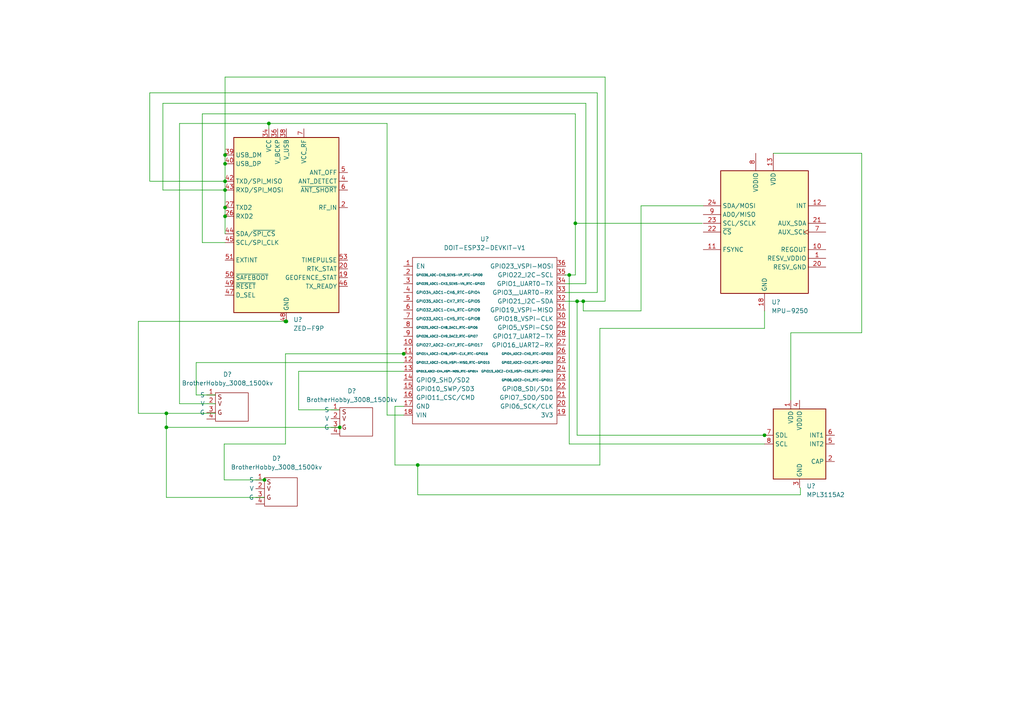
<source format=kicad_sch>
(kicad_sch (version 20211123) (generator eeschema)

  (uuid e63e39d7-6ac0-4ffd-8aa3-1841a4541b55)

  (paper "A4")

  (lib_symbols
    (symbol "New_Library:BrotherHobby_3008_1500kv" (in_bom yes) (on_board yes)
      (property "Reference" "D" (id 0) (at 0 0 0)
        (effects (font (size 1.27 1.27)))
      )
      (property "Value" "BrotherHobby_3008_1500kv" (id 1) (at 0 0 0)
        (effects (font (size 1.27 1.27)))
      )
      (property "Footprint" "" (id 2) (at 0 0 0)
        (effects (font (size 1.27 1.27)) hide)
      )
      (property "Datasheet" "" (id 3) (at 0 0 0)
        (effects (font (size 1.27 1.27)) hide)
      )
      (symbol "BrotherHobby_3008_1500kv_0_0"
        (text "G" (at -3.175 -8.255 0)
          (effects (font (size 1.27 1.27)))
        )
        (text "S" (at -3.175 -3.81 0)
          (effects (font (size 1.27 1.27)))
        )
        (text "V" (at -3.175 -5.715 0)
          (effects (font (size 1.27 1.27)))
        )
      )
      (symbol "BrotherHobby_3008_1500kv_0_1"
        (rectangle (start -4.445 -2.54) (end 5.08 -10.795)
          (stroke (width 0) (type default) (color 0 0 0 0))
          (fill (type none))
        )
      )
      (symbol "BrotherHobby_3008_1500kv_1_1"
        (pin input line (at -4.445 -3.175 180) (length 2.54)
          (name "S" (effects (font (size 1.27 1.27))))
          (number "1" (effects (font (size 1.27 1.27))))
        )
        (pin input line (at -4.445 -5.715 180) (length 2.54)
          (name "V" (effects (font (size 1.27 1.27))))
          (number "2" (effects (font (size 1.27 1.27))))
        )
        (pin input line (at -4.445 -8.255 180) (length 2.54)
          (name "G" (effects (font (size 1.27 1.27))))
          (number "3" (effects (font (size 1.27 1.27))))
        )
        (pin input line (at -4.445 -10.16 180) (length 2.54)
          (name "" (effects (font (size 1.27 1.27))))
          (number "4" (effects (font (size 1.27 1.27))))
        )
      )
    )
    (symbol "New_Library:DOIT-ESP32-DEVKIT-V1" (pin_names (offset 1.016)) (in_bom yes) (on_board yes)
      (property "Reference" "U" (id 0) (at -1.27 11.43 0)
        (effects (font (size 1.27 1.27)))
      )
      (property "Value" "DOIT-ESP32-DEVKIT-V1" (id 1) (at 0 13.97 0)
        (effects (font (size 1.27 1.27)))
      )
      (property "Footprint" "" (id 2) (at -1.27 11.43 0)
        (effects (font (size 1.27 1.27)) hide)
      )
      (property "Datasheet" "" (id 3) (at -1.27 11.43 0)
        (effects (font (size 1.27 1.27)) hide)
      )
      (symbol "DOIT-ESP32-DEVKIT-V1_0_1"
        (rectangle (start 20.32 10.16) (end -21.59 -38.1)
          (stroke (width 0) (type default) (color 0 0 0 0))
          (fill (type none))
        )
      )
      (symbol "DOIT-ESP32-DEVKIT-V1_1_1"
        (pin output line (at -24.13 7.62 0) (length 2.54)
          (name "EN" (effects (font (size 1.27 1.27))))
          (number "1" (effects (font (size 1.27 1.27))))
        )
        (pin bidirectional line (at -24.13 -15.24 0) (length 2.54)
          (name "GPIO27_ADC2-CH7_RTC-GPIO17" (effects (font (size 0.7874 0.7874))))
          (number "10" (effects (font (size 1.27 1.27))))
        )
        (pin bidirectional line (at -24.13 -17.78 0) (length 2.54)
          (name "GPIO14_ADC2-CH6_HSPI-CLK_RTC-GPIO16" (effects (font (size 0.635 0.635))))
          (number "11" (effects (font (size 1.27 1.27))))
        )
        (pin bidirectional line (at -24.13 -20.32 0) (length 2.54)
          (name "GPIO12_ADC2-CH5_HSPI-MISO_RTC-GPIO15" (effects (font (size 0.635 0.635))))
          (number "12" (effects (font (size 1.27 1.27))))
        )
        (pin bidirectional line (at -24.13 -22.86 0) (length 2.54)
          (name "GPIO13_ADC2-CH4_HSPI-MOSI_RTC-GPIO14" (effects (font (size 0.5334 0.5334))))
          (number "13" (effects (font (size 1.27 1.27))))
        )
        (pin unspecified line (at -24.13 -25.4 0) (length 2.54)
          (name "GPIO9_SHD/SD2" (effects (font (size 1.27 1.27))))
          (number "14" (effects (font (size 1.27 1.27))))
        )
        (pin unspecified line (at -24.13 -27.94 0) (length 2.54)
          (name "GPIO10_SWP/SD3" (effects (font (size 1.27 1.27))))
          (number "15" (effects (font (size 1.27 1.27))))
        )
        (pin unspecified line (at -24.13 -30.48 0) (length 2.54)
          (name "GPIO11_CSC/CMD" (effects (font (size 1.27 1.27))))
          (number "16" (effects (font (size 1.27 1.27))))
        )
        (pin bidirectional line (at -24.13 -33.02 0) (length 2.54)
          (name "GND" (effects (font (size 1.27 1.27))))
          (number "17" (effects (font (size 1.27 1.27))))
        )
        (pin bidirectional line (at -24.13 -35.56 0) (length 2.54)
          (name "VIN" (effects (font (size 1.27 1.27))))
          (number "18" (effects (font (size 1.27 1.27))))
        )
        (pin output line (at 22.86 -35.56 180) (length 2.54)
          (name "3V3" (effects (font (size 1.27 1.27))))
          (number "19" (effects (font (size 1.27 1.27))))
        )
        (pin bidirectional line (at -24.13 5.08 0) (length 2.54)
          (name "GPIO36_ADC-CH0_SENS-VP_RTC-GPIO0" (effects (font (size 0.635 0.635))))
          (number "2" (effects (font (size 1.27 1.27))))
        )
        (pin unspecified line (at 22.86 -33.02 180) (length 2.54)
          (name "GPIO6_SCK/CLK" (effects (font (size 1.27 1.27))))
          (number "20" (effects (font (size 1.27 1.27))))
        )
        (pin unspecified line (at 22.86 -30.48 180) (length 2.54)
          (name "GPIO7_SDO/SD0" (effects (font (size 1.27 1.27))))
          (number "21" (effects (font (size 1.27 1.27))))
        )
        (pin unspecified line (at 22.86 -27.94 180) (length 2.54)
          (name "GPIO8_SDI/SD1" (effects (font (size 1.27 1.27))))
          (number "22" (effects (font (size 1.27 1.27))))
        )
        (pin bidirectional line (at 22.86 -25.4 180) (length 2.54)
          (name "GPIO0_ADC2-CH1_RTC-GPIO11" (effects (font (size 0.635 0.635))))
          (number "23" (effects (font (size 1.27 1.27))))
        )
        (pin bidirectional line (at 22.86 -22.86 180) (length 2.54)
          (name "GPIO15_ADC2-CH3_HSPI-CS0_RTC-GPIO13" (effects (font (size 0.635 0.635))))
          (number "24" (effects (font (size 1.27 1.27))))
        )
        (pin bidirectional line (at 22.86 -20.32 180) (length 2.54)
          (name "GPIO2_ADC2-CH2_RTC-GPIO12" (effects (font (size 0.635 0.635))))
          (number "25" (effects (font (size 1.27 1.27))))
        )
        (pin bidirectional line (at 22.86 -17.78 180) (length 2.54)
          (name "GPIO4_ADC2-CH0_RTC-GPIO10" (effects (font (size 0.635 0.635))))
          (number "26" (effects (font (size 1.27 1.27))))
        )
        (pin bidirectional line (at 22.86 -15.24 180) (length 2.54)
          (name "GPIO16_UART2-RX" (effects (font (size 1.27 1.27))))
          (number "27" (effects (font (size 1.27 1.27))))
        )
        (pin bidirectional line (at 22.86 -12.7 180) (length 2.54)
          (name "GPIO17_UART2-TX" (effects (font (size 1.27 1.27))))
          (number "28" (effects (font (size 1.27 1.27))))
        )
        (pin bidirectional line (at 22.86 -10.16 180) (length 2.54)
          (name "GPIO5_VSPI-CS0" (effects (font (size 1.27 1.27))))
          (number "29" (effects (font (size 1.27 1.27))))
        )
        (pin bidirectional line (at -24.13 2.54 0) (length 2.54)
          (name "GPIO39_ADC1-CH3_SENS-VN_RTC-GPIO3" (effects (font (size 0.635 0.635))))
          (number "3" (effects (font (size 1.27 1.27))))
        )
        (pin bidirectional line (at 22.86 -7.62 180) (length 2.54)
          (name "GPIO18_VSPI-CLK" (effects (font (size 1.27 1.27))))
          (number "30" (effects (font (size 1.27 1.27))))
        )
        (pin bidirectional line (at 22.86 -5.08 180) (length 2.54)
          (name "GPIO19_VSPI-MISO" (effects (font (size 1.27 1.27))))
          (number "31" (effects (font (size 1.27 1.27))))
        )
        (pin bidirectional line (at 22.86 -2.54 180) (length 2.54)
          (name "GPIO21_I2C-SDA" (effects (font (size 1.27 1.27))))
          (number "32" (effects (font (size 1.27 1.27))))
        )
        (pin bidirectional line (at 22.86 0 180) (length 2.54)
          (name "GPIO3__UART0-RX" (effects (font (size 1.27 1.27))))
          (number "33" (effects (font (size 1.27 1.27))))
        )
        (pin bidirectional line (at 22.86 2.54 180) (length 2.54)
          (name "GPIO1_UART0-TX" (effects (font (size 1.27 1.27))))
          (number "34" (effects (font (size 1.27 1.27))))
        )
        (pin bidirectional line (at 22.86 5.08 180) (length 2.54)
          (name "GPIO22_I2C-SCL" (effects (font (size 1.27 1.27))))
          (number "35" (effects (font (size 1.27 1.27))))
        )
        (pin bidirectional line (at 22.86 7.62 180) (length 2.54)
          (name "GPIO23_VSPI-MOSI" (effects (font (size 1.27 1.27))))
          (number "36" (effects (font (size 1.27 1.27))))
        )
        (pin bidirectional line (at -24.13 0 0) (length 2.54)
          (name "GPIO34_ADC1-CH6_RTC-GPIO4" (effects (font (size 0.7874 0.7874))))
          (number "4" (effects (font (size 1.27 1.27))))
        )
        (pin bidirectional line (at -24.13 -2.54 0) (length 2.54)
          (name "GPIO35_ADC1-CH7_RTC-GPIO5" (effects (font (size 0.7874 0.7874))))
          (number "5" (effects (font (size 1.27 1.27))))
        )
        (pin bidirectional line (at -24.13 -5.08 0) (length 2.54)
          (name "GPIO32_ADC1-CH4_RTC-GPIO9" (effects (font (size 0.7874 0.7874))))
          (number "6" (effects (font (size 1.27 1.27))))
        )
        (pin bidirectional line (at -24.13 -7.62 0) (length 2.54)
          (name "GPIO33_ADC1-CH5_RTC-GPIO8" (effects (font (size 0.7874 0.7874))))
          (number "7" (effects (font (size 1.27 1.27))))
        )
        (pin bidirectional line (at -24.13 -10.16 0) (length 2.54)
          (name "GPIO25_ADC2-CH8_DAC1_RTC-GPIO6" (effects (font (size 0.635 0.635))))
          (number "8" (effects (font (size 1.27 1.27))))
        )
        (pin bidirectional line (at -24.13 -12.7 0) (length 2.54)
          (name "GPIO26_ADC2-CH9_DAC2_RTC-GPIO7" (effects (font (size 0.635 0.635))))
          (number "9" (effects (font (size 1.27 1.27))))
        )
      )
    )
    (symbol "RF_GPS:ZED-F9P" (in_bom yes) (on_board yes)
      (property "Reference" "U" (id 0) (at -13.97 26.67 0)
        (effects (font (size 1.27 1.27)))
      )
      (property "Value" "ZED-F9P" (id 1) (at 11.43 26.67 0)
        (effects (font (size 1.27 1.27)))
      )
      (property "Footprint" "RF_GPS:ublox_ZED" (id 2) (at 0 -39.37 0)
        (effects (font (size 1.27 1.27)) hide)
      )
      (property "Datasheet" "https://www.u-blox.com/sites/default/files/ZED-F9P_DataSheet_%28UBX-17051259%29.pdf" (id 3) (at -15.24 -10.16 0)
        (effects (font (size 1.27 1.27)) hide)
      )
      (property "ki_keywords" "u-blox GNSS multi-band RTK" (id 4) (at 0 0 0)
        (effects (font (size 1.27 1.27)) hide)
      )
      (property "ki_description" "GNSS Module ZED F9, VCC 2.7V to 3.6V, LGA-54" (id 5) (at 0 0 0)
        (effects (font (size 1.27 1.27)) hide)
      )
      (property "ki_fp_filters" "ublox*ZED*" (id 6) (at 0 0 0)
        (effects (font (size 1.27 1.27)) hide)
      )
      (symbol "ZED-F9P_0_1"
        (rectangle (start -15.24 25.4) (end 15.24 -25.4)
          (stroke (width 0.254) (type default) (color 0 0 0 0))
          (fill (type background))
        )
      )
      (symbol "ZED-F9P_1_1"
        (pin passive line (at 0 -27.94 90) (length 2.54) hide
          (name "GND" (effects (font (size 1.27 1.27))))
          (number "1" (effects (font (size 1.27 1.27))))
        )
        (pin no_connect line (at -15.24 7.62 0) (length 2.54) hide
          (name "Reserved" (effects (font (size 1.27 1.27))))
          (number "10" (effects (font (size 1.27 1.27))))
        )
        (pin no_connect line (at -15.24 0 0) (length 2.54) hide
          (name "Reserved" (effects (font (size 1.27 1.27))))
          (number "11" (effects (font (size 1.27 1.27))))
        )
        (pin passive line (at 0 -27.94 90) (length 2.54) hide
          (name "GND" (effects (font (size 1.27 1.27))))
          (number "12" (effects (font (size 1.27 1.27))))
        )
        (pin no_connect line (at -15.24 -7.62 0) (length 2.54) hide
          (name "Reserved" (effects (font (size 1.27 1.27))))
          (number "13" (effects (font (size 1.27 1.27))))
        )
        (pin passive line (at 0 -27.94 90) (length 2.54) hide
          (name "GND" (effects (font (size 1.27 1.27))))
          (number "14" (effects (font (size 1.27 1.27))))
        )
        (pin no_connect line (at -15.24 -12.7 0) (length 2.54) hide
          (name "Reserved" (effects (font (size 1.27 1.27))))
          (number "15" (effects (font (size 1.27 1.27))))
        )
        (pin no_connect line (at -7.62 -25.4 90) (length 2.54) hide
          (name "Reserved" (effects (font (size 1.27 1.27))))
          (number "16" (effects (font (size 1.27 1.27))))
        )
        (pin no_connect line (at -5.08 -25.4 90) (length 2.54) hide
          (name "Reserved" (effects (font (size 1.27 1.27))))
          (number "17" (effects (font (size 1.27 1.27))))
        )
        (pin no_connect line (at -2.54 -25.4 90) (length 2.54) hide
          (name "Reserved" (effects (font (size 1.27 1.27))))
          (number "18" (effects (font (size 1.27 1.27))))
        )
        (pin output line (at 17.78 -15.24 180) (length 2.54)
          (name "GEOFENCE_STAT" (effects (font (size 1.27 1.27))))
          (number "19" (effects (font (size 1.27 1.27))))
        )
        (pin input line (at 17.78 5.08 180) (length 2.54)
          (name "RF_IN" (effects (font (size 1.27 1.27))))
          (number "2" (effects (font (size 1.27 1.27))))
        )
        (pin output line (at 17.78 -12.7 180) (length 2.54)
          (name "RTK_STAT" (effects (font (size 1.27 1.27))))
          (number "20" (effects (font (size 1.27 1.27))))
        )
        (pin no_connect line (at 2.54 -25.4 90) (length 2.54) hide
          (name "Reserved" (effects (font (size 1.27 1.27))))
          (number "21" (effects (font (size 1.27 1.27))))
        )
        (pin no_connect line (at 5.08 -25.4 90) (length 2.54) hide
          (name "Reserved" (effects (font (size 1.27 1.27))))
          (number "22" (effects (font (size 1.27 1.27))))
        )
        (pin no_connect line (at 7.62 -25.4 90) (length 2.54) hide
          (name "Reserved" (effects (font (size 1.27 1.27))))
          (number "23" (effects (font (size 1.27 1.27))))
        )
        (pin no_connect line (at 15.24 -7.62 180) (length 2.54) hide
          (name "Reserved" (effects (font (size 1.27 1.27))))
          (number "24" (effects (font (size 1.27 1.27))))
        )
        (pin no_connect line (at 15.24 -5.08 180) (length 2.54) hide
          (name "Reserved" (effects (font (size 1.27 1.27))))
          (number "25" (effects (font (size 1.27 1.27))))
        )
        (pin input line (at -17.78 2.54 0) (length 2.54)
          (name "RXD2" (effects (font (size 1.27 1.27))))
          (number "26" (effects (font (size 1.27 1.27))))
        )
        (pin output line (at -17.78 5.08 0) (length 2.54)
          (name "TXD2" (effects (font (size 1.27 1.27))))
          (number "27" (effects (font (size 1.27 1.27))))
        )
        (pin no_connect line (at 15.24 -2.54 180) (length 2.54) hide
          (name "Reserved" (effects (font (size 1.27 1.27))))
          (number "28" (effects (font (size 1.27 1.27))))
        )
        (pin no_connect line (at 15.24 0 180) (length 2.54) hide
          (name "Reserved" (effects (font (size 1.27 1.27))))
          (number "29" (effects (font (size 1.27 1.27))))
        )
        (pin passive line (at 0 -27.94 90) (length 2.54) hide
          (name "GND" (effects (font (size 1.27 1.27))))
          (number "3" (effects (font (size 1.27 1.27))))
        )
        (pin no_connect line (at 15.24 2.54 180) (length 2.54) hide
          (name "Reserved" (effects (font (size 1.27 1.27))))
          (number "30" (effects (font (size 1.27 1.27))))
        )
        (pin no_connect line (at 15.24 7.62 180) (length 2.54) hide
          (name "Reserved" (effects (font (size 1.27 1.27))))
          (number "31" (effects (font (size 1.27 1.27))))
        )
        (pin passive line (at 0 -27.94 90) (length 2.54) hide
          (name "GND" (effects (font (size 1.27 1.27))))
          (number "32" (effects (font (size 1.27 1.27))))
        )
        (pin passive line (at -5.08 27.94 270) (length 2.54) hide
          (name "VCC" (effects (font (size 1.27 1.27))))
          (number "33" (effects (font (size 1.27 1.27))))
        )
        (pin power_in line (at -5.08 27.94 270) (length 2.54)
          (name "VCC" (effects (font (size 1.27 1.27))))
          (number "34" (effects (font (size 1.27 1.27))))
        )
        (pin no_connect line (at 15.24 17.78 180) (length 2.54) hide
          (name "Reserved" (effects (font (size 1.27 1.27))))
          (number "35" (effects (font (size 1.27 1.27))))
        )
        (pin power_in line (at -2.54 27.94 270) (length 2.54)
          (name "V_BCKP" (effects (font (size 1.27 1.27))))
          (number "36" (effects (font (size 1.27 1.27))))
        )
        (pin passive line (at 0 -27.94 90) (length 2.54) hide
          (name "GND" (effects (font (size 1.27 1.27))))
          (number "37" (effects (font (size 1.27 1.27))))
        )
        (pin power_in line (at 0 27.94 270) (length 2.54)
          (name "V_USB" (effects (font (size 1.27 1.27))))
          (number "38" (effects (font (size 1.27 1.27))))
        )
        (pin bidirectional line (at -17.78 20.32 0) (length 2.54)
          (name "USB_DM" (effects (font (size 1.27 1.27))))
          (number "39" (effects (font (size 1.27 1.27))))
        )
        (pin input line (at 17.78 12.7 180) (length 2.54)
          (name "ANT_DETECT" (effects (font (size 1.27 1.27))))
          (number "4" (effects (font (size 1.27 1.27))))
        )
        (pin bidirectional line (at -17.78 17.78 0) (length 2.54)
          (name "USB_DP" (effects (font (size 1.27 1.27))))
          (number "40" (effects (font (size 1.27 1.27))))
        )
        (pin passive line (at 0 -27.94 90) (length 2.54) hide
          (name "GND" (effects (font (size 1.27 1.27))))
          (number "41" (effects (font (size 1.27 1.27))))
        )
        (pin output line (at -17.78 12.7 0) (length 2.54)
          (name "TXD/SPI_MISO" (effects (font (size 1.27 1.27))))
          (number "42" (effects (font (size 1.27 1.27))))
        )
        (pin input line (at -17.78 10.16 0) (length 2.54)
          (name "RXD/SPI_MOSI" (effects (font (size 1.27 1.27))))
          (number "43" (effects (font (size 1.27 1.27))))
        )
        (pin bidirectional line (at -17.78 -2.54 0) (length 2.54)
          (name "SDA/~{SPI_CS}" (effects (font (size 1.27 1.27))))
          (number "44" (effects (font (size 1.27 1.27))))
        )
        (pin bidirectional line (at -17.78 -5.08 0) (length 2.54)
          (name "SCL/SPI_CLK" (effects (font (size 1.27 1.27))))
          (number "45" (effects (font (size 1.27 1.27))))
        )
        (pin output line (at 17.78 -17.78 180) (length 2.54)
          (name "TX_READY" (effects (font (size 1.27 1.27))))
          (number "46" (effects (font (size 1.27 1.27))))
        )
        (pin input line (at -17.78 -20.32 0) (length 2.54)
          (name "D_SEL" (effects (font (size 1.27 1.27))))
          (number "47" (effects (font (size 1.27 1.27))))
        )
        (pin power_in line (at 0 -27.94 90) (length 2.54)
          (name "GND" (effects (font (size 1.27 1.27))))
          (number "48" (effects (font (size 1.27 1.27))))
        )
        (pin input line (at -17.78 -17.78 0) (length 2.54)
          (name "~{RESET}" (effects (font (size 1.27 1.27))))
          (number "49" (effects (font (size 1.27 1.27))))
        )
        (pin output line (at 17.78 15.24 180) (length 2.54)
          (name "ANT_OFF" (effects (font (size 1.27 1.27))))
          (number "5" (effects (font (size 1.27 1.27))))
        )
        (pin input line (at -17.78 -15.24 0) (length 2.54)
          (name "~{SAFEBOOT}" (effects (font (size 1.27 1.27))))
          (number "50" (effects (font (size 1.27 1.27))))
        )
        (pin input line (at -17.78 -10.16 0) (length 2.54)
          (name "EXTINT" (effects (font (size 1.27 1.27))))
          (number "51" (effects (font (size 1.27 1.27))))
        )
        (pin no_connect line (at 15.24 20.32 180) (length 2.54) hide
          (name "Reserved" (effects (font (size 1.27 1.27))))
          (number "52" (effects (font (size 1.27 1.27))))
        )
        (pin output line (at 17.78 -10.16 180) (length 2.54)
          (name "TIMEPULSE" (effects (font (size 1.27 1.27))))
          (number "53" (effects (font (size 1.27 1.27))))
        )
        (pin no_connect line (at 15.24 22.86 180) (length 2.54) hide
          (name "Reserved" (effects (font (size 1.27 1.27))))
          (number "54" (effects (font (size 1.27 1.27))))
        )
        (pin passive line (at 0 -27.94 90) (length 2.54) hide
          (name "GND" (effects (font (size 1.27 1.27))))
          (number "55" (effects (font (size 1.27 1.27))))
        )
        (pin input line (at 17.78 10.16 180) (length 2.54)
          (name "~{ANT_SHORT}" (effects (font (size 1.27 1.27))))
          (number "6" (effects (font (size 1.27 1.27))))
        )
        (pin power_out line (at 5.08 27.94 270) (length 2.54)
          (name "VCC_RF" (effects (font (size 1.27 1.27))))
          (number "7" (effects (font (size 1.27 1.27))))
        )
        (pin no_connect line (at -15.24 22.86 0) (length 2.54) hide
          (name "Reserved" (effects (font (size 1.27 1.27))))
          (number "8" (effects (font (size 1.27 1.27))))
        )
        (pin no_connect line (at -15.24 15.24 0) (length 2.54) hide
          (name "Reserved" (effects (font (size 1.27 1.27))))
          (number "9" (effects (font (size 1.27 1.27))))
        )
      )
    )
    (symbol "Sensor_Motion:MPU-9250" (in_bom yes) (on_board yes)
      (property "Reference" "U" (id 0) (at -11.43 19.05 0)
        (effects (font (size 1.27 1.27)))
      )
      (property "Value" "MPU-9250" (id 1) (at 7.62 -19.05 0)
        (effects (font (size 1.27 1.27)))
      )
      (property "Footprint" "Sensor_Motion:InvenSense_QFN-24_3x3mm_P0.4mm" (id 2) (at 0 -25.4 0)
        (effects (font (size 1.27 1.27)) hide)
      )
      (property "Datasheet" "https://store.invensense.com/datasheets/invensense/MPU9250REV1.0.pdf" (id 3) (at 0 -3.81 0)
        (effects (font (size 1.27 1.27)) hide)
      )
      (property "ki_keywords" "mems magnetometer" (id 4) (at 0 0 0)
        (effects (font (size 1.27 1.27)) hide)
      )
      (property "ki_description" "InvenSense 9-Axis Motion Sensor, Accelerometer, Gyroscope, Compass, I2C/SPI" (id 5) (at 0 0 0)
        (effects (font (size 1.27 1.27)) hide)
      )
      (property "ki_fp_filters" "*QFN*3x3mm*P0.4mm*" (id 6) (at 0 0 0)
        (effects (font (size 1.27 1.27)) hide)
      )
      (symbol "MPU-9250_0_1"
        (rectangle (start -12.7 17.78) (end 12.7 -17.78)
          (stroke (width 0.254) (type default) (color 0 0 0 0))
          (fill (type background))
        )
      )
      (symbol "MPU-9250_1_1"
        (pin input line (at 17.78 -7.62 180) (length 5.08)
          (name "RESV_VDDIO" (effects (font (size 1.27 1.27))))
          (number "1" (effects (font (size 1.27 1.27))))
        )
        (pin passive line (at 17.78 -5.08 180) (length 5.08)
          (name "REGOUT" (effects (font (size 1.27 1.27))))
          (number "10" (effects (font (size 1.27 1.27))))
        )
        (pin input line (at -17.78 -5.08 0) (length 5.08)
          (name "FSYNC" (effects (font (size 1.27 1.27))))
          (number "11" (effects (font (size 1.27 1.27))))
        )
        (pin output line (at 17.78 7.62 180) (length 5.08)
          (name "INT" (effects (font (size 1.27 1.27))))
          (number "12" (effects (font (size 1.27 1.27))))
        )
        (pin power_in line (at 2.54 22.86 270) (length 5.08)
          (name "VDD" (effects (font (size 1.27 1.27))))
          (number "13" (effects (font (size 1.27 1.27))))
        )
        (pin power_in line (at 0 -22.86 90) (length 5.08)
          (name "GND" (effects (font (size 1.27 1.27))))
          (number "18" (effects (font (size 1.27 1.27))))
        )
        (pin power_in line (at 17.78 -10.16 180) (length 5.08)
          (name "RESV_GND" (effects (font (size 1.27 1.27))))
          (number "20" (effects (font (size 1.27 1.27))))
        )
        (pin bidirectional line (at 17.78 2.54 180) (length 5.08)
          (name "AUX_SDA" (effects (font (size 1.27 1.27))))
          (number "21" (effects (font (size 1.27 1.27))))
        )
        (pin input line (at -17.78 0 0) (length 5.08)
          (name "~{CS}" (effects (font (size 1.27 1.27))))
          (number "22" (effects (font (size 1.27 1.27))))
        )
        (pin input line (at -17.78 2.54 0) (length 5.08)
          (name "SCL/SCLK" (effects (font (size 1.27 1.27))))
          (number "23" (effects (font (size 1.27 1.27))))
        )
        (pin bidirectional line (at -17.78 7.62 0) (length 5.08)
          (name "SDA/MOSI" (effects (font (size 1.27 1.27))))
          (number "24" (effects (font (size 1.27 1.27))))
        )
        (pin output clock (at 17.78 0 180) (length 5.08)
          (name "AUX_SCL" (effects (font (size 1.27 1.27))))
          (number "7" (effects (font (size 1.27 1.27))))
        )
        (pin power_in line (at -2.54 22.86 270) (length 5.08)
          (name "VDDIO" (effects (font (size 1.27 1.27))))
          (number "8" (effects (font (size 1.27 1.27))))
        )
        (pin bidirectional line (at -17.78 5.08 0) (length 5.08)
          (name "AD0/MISO" (effects (font (size 1.27 1.27))))
          (number "9" (effects (font (size 1.27 1.27))))
        )
      )
    )
    (symbol "Sensor_Pressure:MPL3115A2" (in_bom yes) (on_board yes)
      (property "Reference" "U" (id 0) (at -6.35 11.43 0)
        (effects (font (size 1.27 1.27)))
      )
      (property "Value" "MPL3115A2" (id 1) (at 6.35 11.43 0)
        (effects (font (size 1.27 1.27)))
      )
      (property "Footprint" "Package_LGA:NXP_LGA-8_3x5mm_P1.25mm_H1.1mm" (id 2) (at 25.4 -11.43 0)
        (effects (font (size 1.27 1.27)) hide)
      )
      (property "Datasheet" "https://www.nxp.com/docs/en/data-sheet/MPL3115A2.pdf" (id 3) (at 0 0 0)
        (effects (font (size 1.27 1.27)) hide)
      )
      (property "ki_keywords" "pressure sensor altimetry" (id 4) (at 0 0 0)
        (effects (font (size 1.27 1.27)) hide)
      )
      (property "ki_description" "I2C precision pressure sensor with altimetry, LGA-8" (id 5) (at 0 0 0)
        (effects (font (size 1.27 1.27)) hide)
      )
      (property "ki_fp_filters" "NXP*LGA*3x5mm*P1.25mm*H1.1mm*" (id 6) (at 0 0 0)
        (effects (font (size 1.27 1.27)) hide)
      )
      (symbol "MPL3115A2_0_1"
        (rectangle (start 7.62 10.16) (end -7.62 -10.16)
          (stroke (width 0.254) (type default) (color 0 0 0 0))
          (fill (type background))
        )
      )
      (symbol "MPL3115A2_1_1"
        (pin power_in line (at -2.54 12.7 270) (length 2.54)
          (name "VDD" (effects (font (size 1.27 1.27))))
          (number "1" (effects (font (size 1.27 1.27))))
        )
        (pin passive line (at 10.16 -5.08 180) (length 2.54)
          (name "CAP" (effects (font (size 1.27 1.27))))
          (number "2" (effects (font (size 1.27 1.27))))
        )
        (pin power_in line (at 0 -12.7 90) (length 2.54)
          (name "GND" (effects (font (size 1.27 1.27))))
          (number "3" (effects (font (size 1.27 1.27))))
        )
        (pin power_in line (at 0 12.7 270) (length 2.54)
          (name "VDDIO" (effects (font (size 1.27 1.27))))
          (number "4" (effects (font (size 1.27 1.27))))
        )
        (pin open_collector line (at 10.16 0 180) (length 2.54)
          (name "INT2" (effects (font (size 1.27 1.27))))
          (number "5" (effects (font (size 1.27 1.27))))
        )
        (pin open_collector line (at 10.16 2.54 180) (length 2.54)
          (name "INT1" (effects (font (size 1.27 1.27))))
          (number "6" (effects (font (size 1.27 1.27))))
        )
        (pin bidirectional line (at -10.16 2.54 0) (length 2.54)
          (name "SDL" (effects (font (size 1.27 1.27))))
          (number "7" (effects (font (size 1.27 1.27))))
        )
        (pin input line (at -10.16 0 0) (length 2.54)
          (name "SCL" (effects (font (size 1.27 1.27))))
          (number "8" (effects (font (size 1.27 1.27))))
        )
      )
    )
  )

  (junction (at 48.26 119.888) (diameter 0) (color 0 0 0 0)
    (uuid 241f2524-e636-4551-a50f-4c3da7d93581)
  )
  (junction (at 83.058 93.218) (diameter 0) (color 0 0 0 0)
    (uuid 26055b88-f1b6-48d3-885e-ed9334019060)
  )
  (junction (at 117.094 102.616) (diameter 0) (color 0 0 0 0)
    (uuid 2697c35f-d4e6-456b-8a1b-f87c10ba019e)
  )
  (junction (at 48.26 123.952) (diameter 0) (color 0 0 0 0)
    (uuid 3932536a-1a92-44b1-b731-80300e068574)
  )
  (junction (at 65.278 52.578) (diameter 0) (color 0 0 0 0)
    (uuid 51195e74-40be-44ca-b050-832cd57db644)
  )
  (junction (at 76.708 139.192) (diameter 0) (color 0 0 0 0)
    (uuid 516d4a55-0bf1-41e4-8c89-569a4b6d4765)
  )
  (junction (at 77.978 35.814) (diameter 0) (color 0 0 0 0)
    (uuid 6179f084-0142-47d8-a901-d928cc2d21c9)
  )
  (junction (at 65.278 55.118) (diameter 0) (color 0 0 0 0)
    (uuid 61bd82db-e91b-4c15-90e8-bc269f5c0ef1)
  )
  (junction (at 65.278 62.738) (diameter 0) (color 0 0 0 0)
    (uuid 68565cad-edb4-4b6c-b0e8-c846188ef564)
  )
  (junction (at 165.1 79.756) (diameter 0) (color 0 0 0 0)
    (uuid 6a2308d6-635a-40bb-ad17-41cb3a3cf9ed)
  )
  (junction (at 65.278 47.498) (diameter 0) (color 0 0 0 0)
    (uuid 6a52ed0d-c5e4-4688-8126-0952fbe9950b)
  )
  (junction (at 121.158 134.874) (diameter 0) (color 0 0 0 0)
    (uuid 6b075a0a-7b2f-42df-bfe4-7a1a905f4134)
  )
  (junction (at 65.278 44.958) (diameter 0) (color 0 0 0 0)
    (uuid 82ab5c9e-b40b-41f6-a794-3330a986ff47)
  )
  (junction (at 169.164 87.376) (diameter 0) (color 0 0 0 0)
    (uuid 82d726ea-6327-4261-b564-b36cc499f891)
  )
  (junction (at 65.278 60.198) (diameter 0) (color 0 0 0 0)
    (uuid 9adead66-683d-4226-ab3d-562b1cd3c521)
  )
  (junction (at 166.878 64.77) (diameter 0) (color 0 0 0 0)
    (uuid 9b305616-0ba0-4e35-b8af-1eef65f7f2b8)
  )
  (junction (at 221.742 126.238) (diameter 0) (color 0 0 0 0)
    (uuid a2cd60db-8a6f-46ca-824f-2e9b2854e887)
  )
  (junction (at 98.552 123.952) (diameter 0) (color 0 0 0 0)
    (uuid d0437227-f7fb-48f2-b4ac-7dc7438270c5)
  )
  (junction (at 167.386 87.376) (diameter 0) (color 0 0 0 0)
    (uuid e7be254d-a67f-404a-97a2-54b895e86a7f)
  )
  (junction (at 82.804 93.218) (diameter 0) (color 0 0 0 0)
    (uuid eb86390b-3ba0-4bb2-945e-0191b1fec05f)
  )

  (wire (pts (xy 232.156 143.51) (xy 121.158 143.51))
    (stroke (width 0) (type default) (color 0 0 0 0))
    (uuid 044d655a-85ff-44e2-bfa4-30f017fcf178)
  )
  (wire (pts (xy 166.878 33.02) (xy 166.878 64.77))
    (stroke (width 0) (type default) (color 0 0 0 0))
    (uuid 0ffb6cef-965c-45ac-8abf-55d949df5f22)
  )
  (wire (pts (xy 232.156 141.478) (xy 232.156 143.51))
    (stroke (width 0) (type default) (color 0 0 0 0))
    (uuid 10d9a2ef-64b6-48b7-b9f0-117240d4e346)
  )
  (wire (pts (xy 56.896 114.554) (xy 56.896 105.156))
    (stroke (width 0) (type default) (color 0 0 0 0))
    (uuid 153f6e6e-45db-463a-a90f-c2bfefd3b1ce)
  )
  (wire (pts (xy 65.278 47.498) (xy 65.278 44.958))
    (stroke (width 0) (type default) (color 0 0 0 0))
    (uuid 15dae9e0-953c-4783-977b-0624064f741e)
  )
  (wire (pts (xy 167.386 87.376) (xy 169.164 87.376))
    (stroke (width 0) (type default) (color 0 0 0 0))
    (uuid 1ed29eaf-e088-4fe8-b4ad-b10f5fc8643b)
  )
  (wire (pts (xy 65.024 128.778) (xy 82.804 128.778))
    (stroke (width 0) (type default) (color 0 0 0 0))
    (uuid 22857b70-0e91-4439-833c-2f83a27dc18d)
  )
  (wire (pts (xy 48.26 144.272) (xy 48.26 123.952))
    (stroke (width 0) (type default) (color 0 0 0 0))
    (uuid 263a06a7-1c9f-40a0-ae00-9d908338196c)
  )
  (wire (pts (xy 121.158 134.874) (xy 121.158 143.51))
    (stroke (width 0) (type default) (color 0 0 0 0))
    (uuid 284b8454-b729-4ff4-8566-6d024d24d652)
  )
  (wire (pts (xy 249.936 44.45) (xy 224.282 44.45))
    (stroke (width 0) (type default) (color 0 0 0 0))
    (uuid 2ae5f9bc-4c84-4b99-974b-70c891359cfe)
  )
  (wire (pts (xy 114.554 117.856) (xy 117.094 117.856))
    (stroke (width 0) (type default) (color 0 0 0 0))
    (uuid 2dcd0036-5cc1-49cb-b1ad-9c28777d656a)
  )
  (wire (pts (xy 82.804 93.218) (xy 82.804 92.964))
    (stroke (width 0) (type default) (color 0 0 0 0))
    (uuid 2ff0f691-d499-4b17-a068-71c2809d486d)
  )
  (wire (pts (xy 65.278 44.958) (xy 65.278 22.352))
    (stroke (width 0) (type default) (color 0 0 0 0))
    (uuid 3010f1d9-27e2-4c0a-8fe3-823a6342f554)
  )
  (wire (pts (xy 98.298 118.872) (xy 86.614 118.872))
    (stroke (width 0) (type default) (color 0 0 0 0))
    (uuid 30f78476-7295-426d-a426-8a27788dcd71)
  )
  (wire (pts (xy 40.132 119.888) (xy 40.132 93.218))
    (stroke (width 0) (type default) (color 0 0 0 0))
    (uuid 30fd3123-6275-46c4-8724-5e976ddc81f3)
  )
  (wire (pts (xy 221.742 90.17) (xy 221.742 95.25))
    (stroke (width 0) (type default) (color 0 0 0 0))
    (uuid 3307f3e1-59c1-43e3-b130-702ca620870d)
  )
  (wire (pts (xy 173.228 26.924) (xy 173.228 84.836))
    (stroke (width 0) (type default) (color 0 0 0 0))
    (uuid 34989b5e-2557-494e-8f9d-ae73ca7c5c37)
  )
  (wire (pts (xy 221.742 126.238) (xy 167.386 126.238))
    (stroke (width 0) (type default) (color 0 0 0 0))
    (uuid 370364d6-22b4-4801-a033-edd8bbc6e355)
  )
  (wire (pts (xy 86.614 107.696) (xy 117.094 107.696))
    (stroke (width 0) (type default) (color 0 0 0 0))
    (uuid 40dd5cf4-7884-49c8-8118-ee1f5faa53d3)
  )
  (wire (pts (xy 173.99 95.25) (xy 173.99 134.874))
    (stroke (width 0) (type default) (color 0 0 0 0))
    (uuid 433df6c5-7cf8-440c-aa21-cf3ccfa1eaaa)
  )
  (wire (pts (xy 43.434 26.924) (xy 173.228 26.924))
    (stroke (width 0) (type default) (color 0 0 0 0))
    (uuid 438ddf43-997b-4d28-95a0-4a70c71e1f3d)
  )
  (wire (pts (xy 203.962 59.69) (xy 185.928 59.69))
    (stroke (width 0) (type default) (color 0 0 0 0))
    (uuid 472a66c0-1990-48bd-9a01-856c4919c4f1)
  )
  (wire (pts (xy 48.26 123.952) (xy 98.552 123.952))
    (stroke (width 0) (type default) (color 0 0 0 0))
    (uuid 477f9de9-7b48-4587-a86d-9af41dbc1cf6)
  )
  (wire (pts (xy 48.26 119.888) (xy 40.132 119.888))
    (stroke (width 0) (type default) (color 0 0 0 0))
    (uuid 4a15f277-f6e4-41e2-b841-b4b851061b38)
  )
  (wire (pts (xy 48.26 123.952) (xy 48.26 119.888))
    (stroke (width 0) (type default) (color 0 0 0 0))
    (uuid 4a3f84c8-272d-42c9-a7ba-548113bc14a2)
  )
  (wire (pts (xy 47.244 55.118) (xy 47.244 29.972))
    (stroke (width 0) (type default) (color 0 0 0 0))
    (uuid 4b503fb5-0719-4bab-9afb-647c01c0ed9b)
  )
  (wire (pts (xy 164.084 82.296) (xy 169.926 82.296))
    (stroke (width 0) (type default) (color 0 0 0 0))
    (uuid 4cd45192-52dd-439f-99f8-0ec2d46e0f4a)
  )
  (wire (pts (xy 65.278 55.118) (xy 65.278 52.578))
    (stroke (width 0) (type default) (color 0 0 0 0))
    (uuid 52b1fd76-babd-418b-8ead-5005fc817283)
  )
  (wire (pts (xy 173.228 84.836) (xy 164.084 84.836))
    (stroke (width 0) (type default) (color 0 0 0 0))
    (uuid 52f94c43-5762-400e-afd9-03b3a8512f46)
  )
  (wire (pts (xy 175.514 22.352) (xy 175.514 87.376))
    (stroke (width 0) (type default) (color 0 0 0 0))
    (uuid 54acde3d-484a-4c7f-9db3-c749e0a5f5e7)
  )
  (wire (pts (xy 221.996 126.238) (xy 221.742 126.238))
    (stroke (width 0) (type default) (color 0 0 0 0))
    (uuid 58c3a9c1-fdb4-45f6-9d13-257e60066a4c)
  )
  (wire (pts (xy 173.99 134.874) (xy 121.158 134.874))
    (stroke (width 0) (type default) (color 0 0 0 0))
    (uuid 5a508e80-ea55-4298-879f-58697f3fe124)
  )
  (wire (pts (xy 65.278 55.118) (xy 47.244 55.118))
    (stroke (width 0) (type default) (color 0 0 0 0))
    (uuid 5b6c0219-bb43-4f04-b195-5047f4beefe5)
  )
  (wire (pts (xy 83.058 92.964) (xy 83.058 93.218))
    (stroke (width 0) (type default) (color 0 0 0 0))
    (uuid 5dba2beb-cde9-424a-8315-e3ccc165dcf2)
  )
  (wire (pts (xy 165.1 79.756) (xy 166.878 79.756))
    (stroke (width 0) (type default) (color 0 0 0 0))
    (uuid 5eedeb28-0f02-4902-8373-6a562cc9c32d)
  )
  (wire (pts (xy 82.804 93.218) (xy 83.058 93.218))
    (stroke (width 0) (type default) (color 0 0 0 0))
    (uuid 659ca910-fa7d-4785-a153-5270eb75cf84)
  )
  (wire (pts (xy 52.07 35.814) (xy 77.978 35.814))
    (stroke (width 0) (type default) (color 0 0 0 0))
    (uuid 67c15300-48bc-4534-a6e8-e04bce1a3253)
  )
  (wire (pts (xy 164.084 87.376) (xy 167.386 87.376))
    (stroke (width 0) (type default) (color 0 0 0 0))
    (uuid 67d08e50-12fa-4ddd-9ae3-1682da870fc8)
  )
  (wire (pts (xy 82.804 128.778) (xy 82.804 102.616))
    (stroke (width 0) (type default) (color 0 0 0 0))
    (uuid 6c30beeb-c005-4bf1-97f8-c5148e550af8)
  )
  (wire (pts (xy 249.936 96.52) (xy 249.936 44.45))
    (stroke (width 0) (type default) (color 0 0 0 0))
    (uuid 6c75e96c-aac0-4c32-bf9d-4deaa7bcece5)
  )
  (wire (pts (xy 167.386 126.238) (xy 167.386 87.376))
    (stroke (width 0) (type default) (color 0 0 0 0))
    (uuid 6ee5d0b0-99cd-4191-9c8b-a033bb007d36)
  )
  (wire (pts (xy 65.278 67.818) (xy 65.278 62.738))
    (stroke (width 0) (type default) (color 0 0 0 0))
    (uuid 6f5b9766-aeba-48cd-b81e-fbe8cf549489)
  )
  (wire (pts (xy 40.132 93.218) (xy 82.804 93.218))
    (stroke (width 0) (type default) (color 0 0 0 0))
    (uuid 75190a27-0811-4757-8c56-5ef047770a82)
  )
  (wire (pts (xy 47.244 29.972) (xy 169.926 29.972))
    (stroke (width 0) (type default) (color 0 0 0 0))
    (uuid 76af6b96-f979-4c11-9885-9ea042d1219b)
  )
  (wire (pts (xy 229.362 116.078) (xy 229.362 96.52))
    (stroke (width 0) (type default) (color 0 0 0 0))
    (uuid 79127199-5c0b-4263-b95a-0e69863a9793)
  )
  (wire (pts (xy 56.896 105.156) (xy 117.094 105.156))
    (stroke (width 0) (type default) (color 0 0 0 0))
    (uuid 7f950384-439a-4b29-8f05-56529baa5a78)
  )
  (wire (pts (xy 65.278 52.578) (xy 43.434 52.578))
    (stroke (width 0) (type default) (color 0 0 0 0))
    (uuid 835a4264-30f8-4d82-a4ed-915fe8c32966)
  )
  (wire (pts (xy 121.158 134.874) (xy 114.554 134.874))
    (stroke (width 0) (type default) (color 0 0 0 0))
    (uuid 83ccf73a-df0a-477e-9d99-fbba4f67a0ad)
  )
  (wire (pts (xy 169.164 90.17) (xy 169.164 87.376))
    (stroke (width 0) (type default) (color 0 0 0 0))
    (uuid 8b1c6462-de17-40d2-beaa-64ab24caa538)
  )
  (wire (pts (xy 65.278 62.738) (xy 65.278 60.198))
    (stroke (width 0) (type default) (color 0 0 0 0))
    (uuid 91a2ab00-9a66-4b9e-a2e7-7266d4d5f3fe)
  )
  (wire (pts (xy 166.878 64.77) (xy 166.878 79.756))
    (stroke (width 0) (type default) (color 0 0 0 0))
    (uuid 91dea797-592f-49dd-a481-e1ab2caf0ddf)
  )
  (wire (pts (xy 169.164 87.376) (xy 175.514 87.376))
    (stroke (width 0) (type default) (color 0 0 0 0))
    (uuid 938e3ad6-65d5-4a66-b48f-f09df2f59c51)
  )
  (wire (pts (xy 169.926 29.972) (xy 169.926 82.296))
    (stroke (width 0) (type default) (color 0 0 0 0))
    (uuid 98f1fdae-27db-4bf2-8303-48e9f2b0ad7e)
  )
  (wire (pts (xy 77.978 35.814) (xy 77.978 37.338))
    (stroke (width 0) (type default) (color 0 0 0 0))
    (uuid 99b9b6dd-7865-436d-92d7-68fd5c335c51)
  )
  (wire (pts (xy 86.614 118.872) (xy 86.614 107.696))
    (stroke (width 0) (type default) (color 0 0 0 0))
    (uuid 9ac4b6b1-b195-4f0e-816e-b109fc276b43)
  )
  (wire (pts (xy 165.1 128.778) (xy 165.1 79.756))
    (stroke (width 0) (type default) (color 0 0 0 0))
    (uuid 9c9babaa-7ef5-41fd-97e3-45bb40c142e2)
  )
  (wire (pts (xy 185.928 59.69) (xy 185.928 90.17))
    (stroke (width 0) (type default) (color 0 0 0 0))
    (uuid a1120200-1ab4-4c21-96ea-0f4dc7343947)
  )
  (wire (pts (xy 58.674 70.358) (xy 58.674 33.02))
    (stroke (width 0) (type default) (color 0 0 0 0))
    (uuid a534e0f0-883e-4216-abbc-c1aa4c62fcd9)
  )
  (wire (pts (xy 65.024 139.192) (xy 65.024 128.778))
    (stroke (width 0) (type default) (color 0 0 0 0))
    (uuid a571b08d-938b-4935-8020-27057c7c75fc)
  )
  (wire (pts (xy 83.058 93.218) (xy 83.312 93.218))
    (stroke (width 0) (type default) (color 0 0 0 0))
    (uuid ae166db5-f794-4d3a-89f1-3dd35f08e65e)
  )
  (wire (pts (xy 52.07 117.094) (xy 52.07 35.814))
    (stroke (width 0) (type default) (color 0 0 0 0))
    (uuid b34fc7f4-e8e8-4ebf-a3de-ba896268df1e)
  )
  (wire (pts (xy 58.674 33.02) (xy 166.878 33.02))
    (stroke (width 0) (type default) (color 0 0 0 0))
    (uuid b663661f-36f6-4798-a831-86d7f03e1f33)
  )
  (wire (pts (xy 117.094 120.396) (xy 112.268 120.396))
    (stroke (width 0) (type default) (color 0 0 0 0))
    (uuid b9a00662-2443-46dd-9087-2d5927a9cf73)
  )
  (wire (pts (xy 62.484 114.554) (xy 56.896 114.554))
    (stroke (width 0) (type default) (color 0 0 0 0))
    (uuid b9ff5244-c99f-43f3-b7a5-d9cda9d51e9c)
  )
  (wire (pts (xy 43.434 52.578) (xy 43.434 26.924))
    (stroke (width 0) (type default) (color 0 0 0 0))
    (uuid ba15c1a6-00af-499f-b5d4-b9dd45bcf849)
  )
  (wire (pts (xy 221.742 95.25) (xy 173.99 95.25))
    (stroke (width 0) (type default) (color 0 0 0 0))
    (uuid bcd471f1-7bdf-4a05-9470-0fd67e165c88)
  )
  (wire (pts (xy 62.484 117.094) (xy 52.07 117.094))
    (stroke (width 0) (type default) (color 0 0 0 0))
    (uuid bf3424fc-22a7-4df8-ad60-08c2347321e3)
  )
  (wire (pts (xy 203.708 64.77) (xy 166.878 64.77))
    (stroke (width 0) (type default) (color 0 0 0 0))
    (uuid c0ae6b68-74bc-4540-9f6b-d67770884bd3)
  )
  (wire (pts (xy 229.362 96.52) (xy 249.936 96.52))
    (stroke (width 0) (type default) (color 0 0 0 0))
    (uuid c3dc24ad-bf77-4076-9997-a02ea684ce26)
  )
  (wire (pts (xy 98.552 123.952) (xy 98.806 123.952))
    (stroke (width 0) (type default) (color 0 0 0 0))
    (uuid c418241f-3161-4a31-b604-85da7923da43)
  )
  (wire (pts (xy 65.278 70.358) (xy 58.674 70.358))
    (stroke (width 0) (type default) (color 0 0 0 0))
    (uuid c8df4d33-85ac-49c8-a3c6-c5479ef3c011)
  )
  (wire (pts (xy 82.804 92.964) (xy 83.058 92.964))
    (stroke (width 0) (type default) (color 0 0 0 0))
    (uuid d12ab057-074b-43cb-8d3a-15a9ef36a770)
  )
  (wire (pts (xy 221.742 128.778) (xy 165.1 128.778))
    (stroke (width 0) (type default) (color 0 0 0 0))
    (uuid d3dedc9e-fe0b-4dce-b677-139368001287)
  )
  (wire (pts (xy 65.278 22.352) (xy 175.514 22.352))
    (stroke (width 0) (type default) (color 0 0 0 0))
    (uuid dfca4c46-c1b7-41c3-94e7-bc95d604617c)
  )
  (wire (pts (xy 65.278 52.578) (xy 65.278 47.498))
    (stroke (width 0) (type default) (color 0 0 0 0))
    (uuid e025e71a-6afb-4782-b009-cfc2bb3988f3)
  )
  (wire (pts (xy 76.708 144.272) (xy 48.26 144.272))
    (stroke (width 0) (type default) (color 0 0 0 0))
    (uuid e170b467-c713-40ad-9096-41ec9a2c5faa)
  )
  (wire (pts (xy 114.554 134.874) (xy 114.554 117.856))
    (stroke (width 0) (type default) (color 0 0 0 0))
    (uuid e42e57f0-c5b4-4972-b90c-e31929142baa)
  )
  (wire (pts (xy 185.928 90.17) (xy 169.164 90.17))
    (stroke (width 0) (type default) (color 0 0 0 0))
    (uuid e8f3f51c-2e6e-4970-82ee-a772c50b9033)
  )
  (wire (pts (xy 82.804 102.616) (xy 117.094 102.616))
    (stroke (width 0) (type default) (color 0 0 0 0))
    (uuid e980494d-27b1-43cb-86fd-b100233099a6)
  )
  (wire (pts (xy 76.962 139.192) (xy 76.708 139.192))
    (stroke (width 0) (type default) (color 0 0 0 0))
    (uuid f00055c3-7400-439b-9497-602a565266ec)
  )
  (wire (pts (xy 77.978 35.814) (xy 112.268 35.814))
    (stroke (width 0) (type default) (color 0 0 0 0))
    (uuid f09e6ed5-e11c-4b0e-96e1-eca31edadc75)
  )
  (wire (pts (xy 112.268 120.396) (xy 112.268 35.814))
    (stroke (width 0) (type default) (color 0 0 0 0))
    (uuid f247d9f4-9e62-47e2-9a81-cce9923a0399)
  )
  (wire (pts (xy 76.708 139.192) (xy 65.024 139.192))
    (stroke (width 0) (type default) (color 0 0 0 0))
    (uuid f37401e3-157c-4d34-be68-d9d6ad037aef)
  )
  (wire (pts (xy 65.278 60.198) (xy 65.278 55.118))
    (stroke (width 0) (type default) (color 0 0 0 0))
    (uuid f3e98c73-a19b-41f3-8a56-f04901662ebb)
  )
  (wire (pts (xy 117.094 102.616) (xy 117.348 102.616))
    (stroke (width 0) (type default) (color 0 0 0 0))
    (uuid f647b3a0-8ade-459c-8c75-4f9416072f2b)
  )
  (wire (pts (xy 62.484 119.888) (xy 48.26 119.888))
    (stroke (width 0) (type default) (color 0 0 0 0))
    (uuid f6dc80b0-c5ea-418c-a650-c29918873f20)
  )
  (wire (pts (xy 163.83 79.756) (xy 165.1 79.756))
    (stroke (width 0) (type default) (color 0 0 0 0))
    (uuid ff5854c4-836b-4c3a-b61c-e2298e6bc257)
  )

  (symbol (lib_id "Sensor_Motion:MPU-9250") (at 221.742 67.31 0) (unit 1)
    (in_bom yes) (on_board yes) (fields_autoplaced)
    (uuid 622c1731-ddf0-4aa6-b83e-280fb8b30d58)
    (property "Reference" "U?" (id 0) (at 223.7614 87.63 0)
      (effects (font (size 1.27 1.27)) (justify left))
    )
    (property "Value" "" (id 1) (at 223.7614 90.17 0)
      (effects (font (size 1.27 1.27)) (justify left))
    )
    (property "Footprint" "" (id 2) (at 221.742 92.71 0)
      (effects (font (size 1.27 1.27)) hide)
    )
    (property "Datasheet" "https://store.invensense.com/datasheets/invensense/MPU9250REV1.0.pdf" (id 3) (at 221.742 71.12 0)
      (effects (font (size 1.27 1.27)) hide)
    )
    (pin "1" (uuid 4d5be7de-1c9a-4931-b51d-50b044f0995b))
    (pin "10" (uuid 1ed4b417-f331-422f-823d-1aae67d5b314))
    (pin "11" (uuid 5d001516-0d2e-4438-9549-d4f970648d9c))
    (pin "12" (uuid d9833f3e-6ece-4ed6-b821-418e87884d04))
    (pin "13" (uuid 34dc5ec9-655a-4f90-8483-40f32096aebc))
    (pin "18" (uuid 0b190e33-b12f-4a37-9a11-eac98298dd87))
    (pin "20" (uuid 06e8c0cc-d6f4-41c7-b2f1-0e945291c6c3))
    (pin "21" (uuid cde4b548-e1f0-4d97-9527-f7b32d58f0c6))
    (pin "22" (uuid fa5100e1-218f-419c-937e-f5af820ca64a))
    (pin "23" (uuid 183010e1-0180-49ed-8e2b-400dd4dc0404))
    (pin "24" (uuid b4adabce-7c62-4918-ae67-52b70215e33a))
    (pin "7" (uuid 1dd3e861-8e8f-4943-8c8e-13021360cb1f))
    (pin "8" (uuid c6a227ca-b75d-47b0-a99f-621f74efca05))
    (pin "9" (uuid 96649acb-6fc9-4b84-851a-e4c18da99e0c))
  )

  (symbol (lib_id "Sensor_Pressure:MPL3115A2") (at 231.902 128.778 0) (unit 1)
    (in_bom yes) (on_board yes) (fields_autoplaced)
    (uuid 745c0230-32d1-4a48-95fe-1a1f463c59dd)
    (property "Reference" "U?" (id 0) (at 233.9214 140.97 0)
      (effects (font (size 1.27 1.27)) (justify left))
    )
    (property "Value" "" (id 1) (at 233.9214 143.51 0)
      (effects (font (size 1.27 1.27)) (justify left))
    )
    (property "Footprint" "" (id 2) (at 257.302 140.208 0)
      (effects (font (size 1.27 1.27)) hide)
    )
    (property "Datasheet" "https://www.nxp.com/docs/en/data-sheet/MPL3115A2.pdf" (id 3) (at 231.902 128.778 0)
      (effects (font (size 1.27 1.27)) hide)
    )
    (pin "1" (uuid 3686cda2-2f98-4b4c-9335-64a2a8a9f83e))
    (pin "2" (uuid 92b6888e-e3b2-438a-b70e-10eef343550d))
    (pin "3" (uuid 34a33d14-f77b-4cd3-acee-4498723e97ba))
    (pin "4" (uuid 42bbca17-4d6f-4613-b8e3-ccac4053e4da))
    (pin "5" (uuid 466700c8-a0f8-43ac-ab0d-5f24856c3409))
    (pin "6" (uuid 9ffc0f62-96ca-470b-b8fd-de5c85bf108f))
    (pin "7" (uuid 530f7bd6-a1a7-40e8-af64-8e1b6a0ccf85))
    (pin "8" (uuid 38eb580a-5599-4928-a5d3-324b570de722))
  )

  (symbol (lib_id "New_Library:BrotherHobby_3008_1500kv") (at 102.997 115.697 0) (unit 1)
    (in_bom yes) (on_board yes) (fields_autoplaced)
    (uuid 82563f4f-64be-49f5-a661-2af802740719)
    (property "Reference" "D?" (id 0) (at 102.0445 113.411 0))
    (property "Value" "" (id 1) (at 102.0445 115.951 0))
    (property "Footprint" "" (id 2) (at 102.997 115.697 0)
      (effects (font (size 1.27 1.27)) hide)
    )
    (property "Datasheet" "" (id 3) (at 102.997 115.697 0)
      (effects (font (size 1.27 1.27)) hide)
    )
    (pin "1" (uuid 7384a882-cca8-4b58-878b-9fa3ae8af942))
    (pin "2" (uuid 35a61296-2b44-4374-b65a-5817f90da957))
    (pin "3" (uuid 983a41de-73cd-44b5-9291-80db55169c7d))
    (pin "4" (uuid 91fd0201-5400-41e3-9020-ed9c5e8f3d0a))
  )

  (symbol (lib_id "RF_GPS:ZED-F9P") (at 83.058 65.278 0) (unit 1)
    (in_bom yes) (on_board yes) (fields_autoplaced)
    (uuid a1390bc8-2e77-49e3-9c7c-43a9d7c6e0bd)
    (property "Reference" "U?" (id 0) (at 85.0774 92.71 0)
      (effects (font (size 1.27 1.27)) (justify left))
    )
    (property "Value" "" (id 1) (at 85.0774 95.25 0)
      (effects (font (size 1.27 1.27)) (justify left))
    )
    (property "Footprint" "" (id 2) (at 83.058 104.648 0)
      (effects (font (size 1.27 1.27)) hide)
    )
    (property "Datasheet" "https://www.u-blox.com/sites/default/files/ZED-F9P_DataSheet_%28UBX-17051259%29.pdf" (id 3) (at 67.818 75.438 0)
      (effects (font (size 1.27 1.27)) hide)
    )
    (pin "1" (uuid 3a1f7633-0944-4b4e-acea-8983ef41e20a))
    (pin "10" (uuid 219e0f75-9fa0-4461-857d-80830c2fa82a))
    (pin "11" (uuid f0ff54f5-f80b-40cb-8e96-20c5eb4b6bf7))
    (pin "12" (uuid 50934181-dafa-49c6-a2f0-6eb54a657829))
    (pin "13" (uuid e998001d-2515-4532-b06f-fa3506bcfc58))
    (pin "14" (uuid 348bfa04-19bf-497d-a82b-7376b572fdba))
    (pin "15" (uuid cbeab51a-fa54-4c63-aa82-a41cf2bcd46d))
    (pin "16" (uuid 210578ac-0aef-4870-9a8b-be90549d23c1))
    (pin "17" (uuid 309d2f01-7c04-4570-8ea4-ff89209ebd47))
    (pin "18" (uuid 17681522-11a8-4f48-94a8-c429fe6ed497))
    (pin "19" (uuid fffcdc1a-7234-4dd0-82c8-f3320471bf37))
    (pin "2" (uuid e10182a3-942e-4284-8eaa-bbd65ab10f86))
    (pin "20" (uuid fea49261-b1e0-41db-8c27-f839bcb59e38))
    (pin "21" (uuid 7452fc16-ba70-4ab8-b86d-2befa6e948e5))
    (pin "22" (uuid f2fd0beb-59de-43f9-8335-915cac99c394))
    (pin "23" (uuid 2545bd08-c4da-4221-ae10-1182f3dc4b2c))
    (pin "24" (uuid f7853b53-d47b-4fc3-ba6b-d33ad4269057))
    (pin "25" (uuid c178a348-f0ad-4b65-af0f-cbc0c2e58f9e))
    (pin "26" (uuid afd323d5-0e31-4188-9f37-66a0c6c6e14a))
    (pin "27" (uuid 9e029d9e-4ab0-42fc-85fe-fe6789ec5d96))
    (pin "28" (uuid 4a84821d-72ca-49f8-9685-8e427151985b))
    (pin "29" (uuid 613d936b-a8b5-4246-8cf4-39c691cd3096))
    (pin "3" (uuid 854d804a-f2e3-4dd0-93af-a970f5163d85))
    (pin "30" (uuid 4f155bec-201d-413b-be03-96c30d7ba655))
    (pin "31" (uuid 373c773f-58de-4510-becc-dcbb3e715847))
    (pin "32" (uuid c4ec1a0d-56ff-4c6e-8671-41092700fbf0))
    (pin "33" (uuid 0096d3e2-dbf3-42f8-851d-35fbfda4ea72))
    (pin "34" (uuid a9b8662d-43de-4d6f-b268-5cd8acda53c7))
    (pin "35" (uuid 9764b7cb-e92e-45bc-96e8-60abcd4c3b4e))
    (pin "36" (uuid d0f2a2ea-ba24-4610-a146-b7462387af50))
    (pin "37" (uuid 6b6fc6e7-d0ff-4edd-811e-c772392b8b39))
    (pin "38" (uuid 84e7c5c6-5478-4c6d-a08b-8a341cfb2f57))
    (pin "39" (uuid d9758fd1-eee9-40d0-a04c-af8a22da4a5f))
    (pin "4" (uuid f840493c-738b-4a3a-bf8d-e69b5a7cc7d6))
    (pin "40" (uuid 469b7584-2d7c-4b0a-9d3e-b31d86d5c088))
    (pin "41" (uuid af840300-7956-40bb-8f73-85338e596b76))
    (pin "42" (uuid c3fd6cb9-0d42-48ef-8c10-9db578bca70b))
    (pin "43" (uuid e95dd5cf-b33e-4e43-b3b8-7bad6d400df0))
    (pin "44" (uuid 010f882d-97dc-493f-8d33-045af9257636))
    (pin "45" (uuid c7895db6-e1a6-4fd8-a117-ac22165bae84))
    (pin "46" (uuid ab40f761-3bfe-436c-b873-64e5e1fc4114))
    (pin "47" (uuid 00c5df94-4502-4e66-b4bf-9abf6c0e4e89))
    (pin "48" (uuid 6de0c556-b936-410c-b083-9dfa1f7eadda))
    (pin "49" (uuid 67e4be11-185a-4daf-b598-5396ccdccdf1))
    (pin "5" (uuid 87e37563-db82-4234-b735-86d3dd0db088))
    (pin "50" (uuid 4b39d46d-f193-4368-829e-9d499ad9301d))
    (pin "51" (uuid 6f01ece5-dacf-4566-b4b8-5c7799e2f775))
    (pin "52" (uuid 5ea815a3-43c4-4ae4-9117-3b76861eab1b))
    (pin "53" (uuid 8f7d942d-5ea6-4fa5-9bd3-504cbf3fbe38))
    (pin "54" (uuid cecf8678-64b6-4728-a5f2-89805d04787a))
    (pin "55" (uuid a19dfe4c-2e37-46c3-9185-9e6ec877ef98))
    (pin "6" (uuid c93d47b3-8b5e-40b0-9c5b-7b8dcdf605f9))
    (pin "7" (uuid e1e557c2-1a65-4e80-9ab8-79dc8738816f))
    (pin "8" (uuid a8ab3239-9436-4245-a317-de62f83a1e9a))
    (pin "9" (uuid 533f6973-7ed9-4b83-9706-919f2f1473c8))
  )

  (symbol (lib_id "New_Library:BrotherHobby_3008_1500kv") (at 66.929 111.379 0) (unit 1)
    (in_bom yes) (on_board yes) (fields_autoplaced)
    (uuid c93ad245-505b-48ce-9d6c-c358f144c12b)
    (property "Reference" "D?" (id 0) (at 65.9765 108.585 0))
    (property "Value" "" (id 1) (at 65.9765 111.125 0))
    (property "Footprint" "" (id 2) (at 66.929 111.379 0)
      (effects (font (size 1.27 1.27)) hide)
    )
    (property "Datasheet" "" (id 3) (at 66.929 111.379 0)
      (effects (font (size 1.27 1.27)) hide)
    )
    (pin "1" (uuid 5dd5e6c4-2ddb-4170-9f8d-c9d1d3b4b0ab))
    (pin "2" (uuid e4131aa9-5a3f-445d-b75b-a527758b9ff2))
    (pin "3" (uuid 63c5fd51-749b-4e2b-b279-0379ddedb561))
    (pin "4" (uuid e4291414-1c2a-4e33-b387-3e064ebde755))
  )

  (symbol (lib_id "New_Library:DOIT-ESP32-DEVKIT-V1") (at 141.224 84.836 0) (unit 1)
    (in_bom yes) (on_board yes) (fields_autoplaced)
    (uuid e41b801f-801c-4141-815e-85cb2b06de8c)
    (property "Reference" "U?" (id 0) (at 140.589 69.342 0))
    (property "Value" "" (id 1) (at 140.589 71.882 0))
    (property "Footprint" "" (id 2) (at 139.954 73.406 0)
      (effects (font (size 1.27 1.27)) hide)
    )
    (property "Datasheet" "" (id 3) (at 139.954 73.406 0)
      (effects (font (size 1.27 1.27)) hide)
    )
    (pin "1" (uuid f5248133-2b17-42d8-9662-a0e735cee3ae))
    (pin "10" (uuid 8fe17d73-ae87-46a2-ba21-baef8f756331))
    (pin "11" (uuid d5019809-dcec-45fe-a37c-fee209735e6c))
    (pin "12" (uuid 82246804-d199-4fba-8e35-ec58cf360728))
    (pin "13" (uuid 4a44499d-b9a4-4900-8c70-76a748c51786))
    (pin "14" (uuid 6b7fdff6-faab-4707-b548-bb8546eec930))
    (pin "15" (uuid b7604be6-889a-420c-ba8a-5721b44bdc78))
    (pin "16" (uuid 1dd66f34-0cab-4702-97cd-c2531a2089e4))
    (pin "17" (uuid 023770c1-53d9-4e98-bce2-724bf103468d))
    (pin "18" (uuid 335b3b4f-6aa0-4614-81ef-ae4825759f1d))
    (pin "19" (uuid fd6e964b-9d06-4bd1-b517-25acf2657135))
    (pin "2" (uuid bf8d72ca-73ab-4cf5-b66f-1b4fa7ff5827))
    (pin "20" (uuid 3c6a5363-f22e-4748-9978-3d129e57d54d))
    (pin "21" (uuid 22bcf200-af5f-432f-b421-8a2d857da407))
    (pin "22" (uuid 8c645b9a-b78c-4a28-99e1-0ce1717b3e6f))
    (pin "23" (uuid 628baa80-a0fb-4dc9-b770-bff6830f2dcc))
    (pin "24" (uuid ded3a3b9-628e-435d-a54e-3143d1c4b5dc))
    (pin "25" (uuid a3a47571-a249-4b68-ae14-b8e7d54465f2))
    (pin "26" (uuid 131d13e1-c476-4a0a-a1e9-7e80235eada2))
    (pin "27" (uuid 987e0314-1d63-4a96-91c5-40c75dc82d60))
    (pin "28" (uuid a9940410-4423-4e80-8ac9-5771da129e26))
    (pin "29" (uuid ff872882-1ac1-4504-a40d-a87372afea7f))
    (pin "3" (uuid 87bdfae6-74fe-413f-a7cd-88ff77f69496))
    (pin "30" (uuid daa29df9-fda9-4c34-a4c6-79c0f9e83778))
    (pin "31" (uuid 745493c3-a5b2-4a2f-b08b-2136f875f874))
    (pin "32" (uuid 01fe9fb7-06d5-4371-9b0e-604e01bbefc3))
    (pin "33" (uuid 8c1426ed-fe1f-498f-a9c1-16ed024efb99))
    (pin "34" (uuid b1af521b-072d-4cf9-9cdc-57ec9545ec5d))
    (pin "35" (uuid b417e74c-7760-4483-a1c0-f94320b4e54d))
    (pin "36" (uuid 8bce862d-4b4d-4df3-88dc-3a1baac9a92f))
    (pin "4" (uuid 818c0068-5b3e-41db-9b94-482ff64d9aa8))
    (pin "5" (uuid a8b8fa78-2da0-413f-99ed-d9f2a7ab732c))
    (pin "6" (uuid 347dc8c0-e117-46b4-90d6-6efc00d3f4b2))
    (pin "7" (uuid 1c5b2809-10b7-40a7-80bd-39ab73602cbc))
    (pin "8" (uuid 85832198-42cd-47a2-be7a-24ca5b763231))
    (pin "9" (uuid 9f201222-cdcb-4ec1-9ff2-249282a7e8d6))
  )

  (symbol (lib_id "New_Library:BrotherHobby_3008_1500kv") (at 81.153 136.017 0) (unit 1)
    (in_bom yes) (on_board yes) (fields_autoplaced)
    (uuid f54ec6a3-59a2-4660-8cd5-af164d9f1c6c)
    (property "Reference" "D?" (id 0) (at 80.2005 132.969 0))
    (property "Value" "" (id 1) (at 80.2005 135.509 0))
    (property "Footprint" "" (id 2) (at 81.153 136.017 0)
      (effects (font (size 1.27 1.27)) hide)
    )
    (property "Datasheet" "" (id 3) (at 81.153 136.017 0)
      (effects (font (size 1.27 1.27)) hide)
    )
    (pin "1" (uuid 76c2527a-7f5b-4414-b31f-af507cacd605))
    (pin "2" (uuid c68ca00d-1ee4-4925-a529-a0e4bd307441))
    (pin "3" (uuid 76fbcafb-7699-443c-8255-e4376e8143f7))
    (pin "4" (uuid 5e317a24-c7ce-4a9f-a0ad-fc318efe992c))
  )

  (sheet_instances
    (path "/" (page "1"))
  )

  (symbol_instances
    (path "/82563f4f-64be-49f5-a661-2af802740719"
      (reference "D?") (unit 1) (value "BrotherHobby_3008_1500kv") (footprint "")
    )
    (path "/c93ad245-505b-48ce-9d6c-c358f144c12b"
      (reference "D?") (unit 1) (value "BrotherHobby_3008_1500kv") (footprint "")
    )
    (path "/f54ec6a3-59a2-4660-8cd5-af164d9f1c6c"
      (reference "D?") (unit 1) (value "BrotherHobby_3008_1500kv") (footprint "")
    )
    (path "/622c1731-ddf0-4aa6-b83e-280fb8b30d58"
      (reference "U?") (unit 1) (value "MPU-9250") (footprint "Sensor_Motion:InvenSense_QFN-24_3x3mm_P0.4mm")
    )
    (path "/745c0230-32d1-4a48-95fe-1a1f463c59dd"
      (reference "U?") (unit 1) (value "MPL3115A2") (footprint "Package_LGA:NXP_LGA-8_3x5mm_P1.25mm_H1.1mm")
    )
    (path "/a1390bc8-2e77-49e3-9c7c-43a9d7c6e0bd"
      (reference "U?") (unit 1) (value "ZED-F9P") (footprint "RF_GPS:ublox_ZED")
    )
    (path "/e41b801f-801c-4141-815e-85cb2b06de8c"
      (reference "U?") (unit 1) (value "DOIT-ESP32-DEVKIT-V1") (footprint "")
    )
  )
)

</source>
